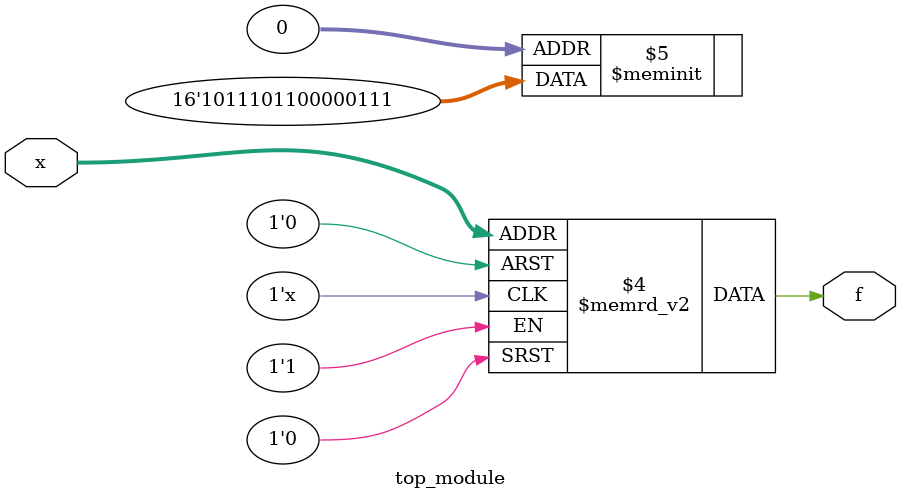
<source format=sv>
module top_module (
    input [4:1] x,
    output logic f
);

always_comb begin
    case ({x[4], x[3], x[2], x[1]})
        4'b0000: f = 1'b1;
        4'b0001: f = 1'b1;
        4'b0011: f = 1'b0;
        4'b0010: f = 1'b1;
        4'b0100: f = 1'b0;
        4'b0101: f = 1'b0;
        4'b0111: f = 1'b0;
        4'b0110: f = 1'b0;
        4'b1000: f = 1'b1;
        4'b1001: f = 1'b1;
        4'b1011: f = 1'b1;
        4'b1010: f = 1'b0;
        4'b1100: f = 1'b1;
        4'b1101: f = 1'b1;
        4'b1111: f = 1'b1;
        4'b1110: f = 1'b0;
        default: f = 1'b0;
    endcase
end

endmodule

</source>
